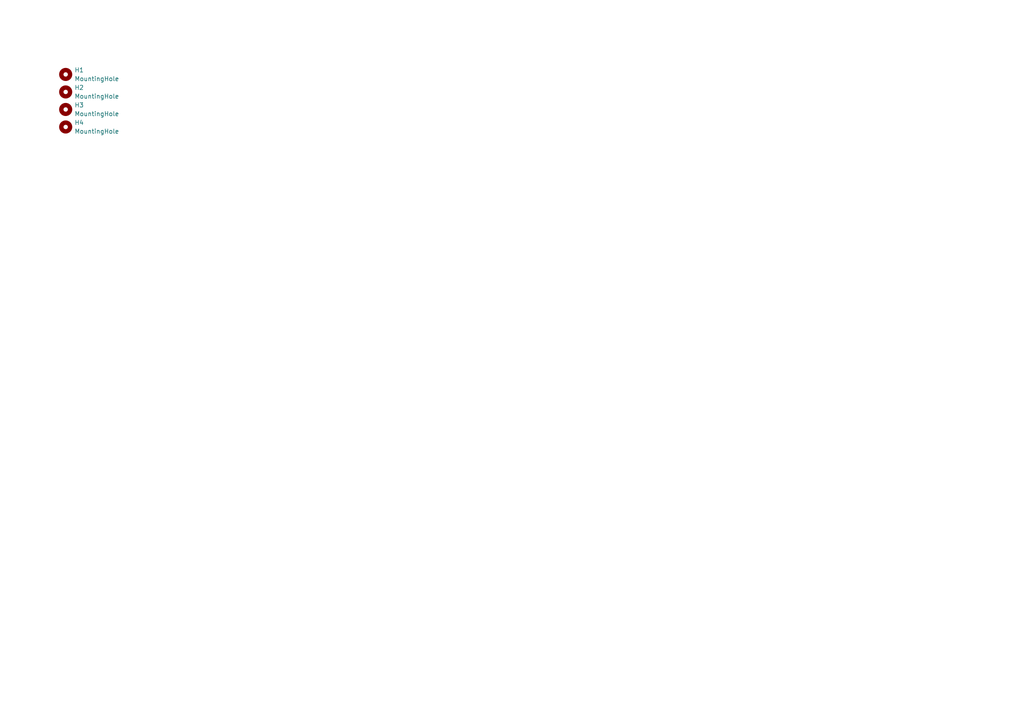
<source format=kicad_sch>
(kicad_sch (version 20230121) (generator eeschema)
  (paper "A4")
  (lib_symbols
    (symbol "Mechanical:MountingHole" (pin_names (offset 1.016))
      (property "Reference" "H" (at 0 5.08 0))
      (property "Value" "MountingHole" (at 0 3.175 0))
      (symbol "MountingHole_0_1"
        (circle (center 0 0) (radius 1.27) (stroke (width 1.27)))
      )
    )
  )
  (symbol (lib_id "Mechanical:MountingHole") (at 19.05 36.83 0) (unit 1)
    (property "Reference" "H4" (at 21.59 35.56 0) (effects (justify left)))
    (property "Value" "MountingHole" (at 21.59 38.1 0) (effects (justify left)))
    (property "Footprint" "one:Hole_2.2mm" (effects hide))
  )
  (symbol (lib_id "Mechanical:MountingHole") (at 19.05 26.67 0) (unit 1)
    (property "Reference" "H2" (at 21.59 25.4 0) (effects (justify left)))
    (property "Value" "MountingHole" (at 21.59 27.94 0) (effects (justify left)))
    (property "Footprint" "one:Hole_2.2mm" (effects hide))
  )
  (symbol (lib_id "Mechanical:MountingHole") (at 19.05 31.75 0) (unit 1)
    (property "Reference" "H3" (at 21.59 30.48 0) (effects (justify left)))
    (property "Value" "MountingHole" (at 21.59 33.02 0) (effects (justify left)))
    (property "Footprint" "one:Hole_2.2mm" (effects hide))
  )
  (symbol (lib_id "Mechanical:MountingHole") (at 19.05 21.59 0) (unit 1)
    (property "Reference" "H1" (at 21.59 20.32 0) (effects (justify left)))
    (property "Value" "MountingHole" (at 21.59 22.86 0) (effects (justify left)))
    (property "Footprint" "one:Hole_2.2mm" (effects hide))
  )
)
</source>
